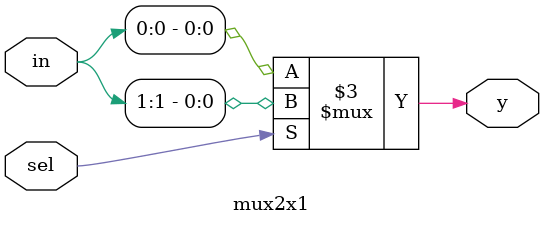
<source format=v>
/* Take the help of the 2:1 Mux with complemented output design 
we discussed earlier and try to implement 4:1 Mux with True and Complemented output. */

`timescale 1ns/1ps

module mux4x1(
    input [3:0] in,
    input [1:0] sel,
    output reg Y,
    output reg ybar
    );
    
 wire [1:0] y1;
 
 mux2x1 int1(.in(in[1:0]),.sel(sel[0]),.y(y1[0]));
 mux2x1 int2(.in(in[3:2]),.sel(sel[0]),.y(y1[1]));
 
 always @(sel[1]) begin
 if (sel[1]== 0)
    Y=y1[0];
 else
    Y=y1[1];
 ybar = ~Y;
 end
 endmodule


module mux2x1(
    input [1:0] in,
    input sel,
    output reg y
    );
    
    always @(sel) 
        begin
            y = (sel==0)?in[0]:in[1];
        end
    
endmodule

</source>
